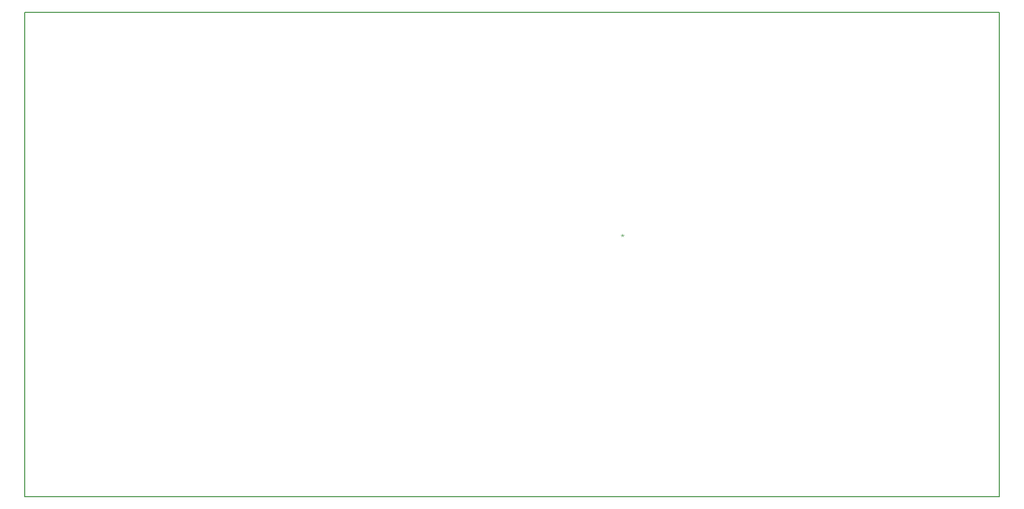
<source format=gbr>
G04 #@! TF.GenerationSoftware,KiCad,Pcbnew,5.0.2-bee76a0~70~ubuntu18.04.1*
G04 #@! TF.CreationDate,2019-04-07T15:27:48-07:00*
G04 #@! TF.ProjectId,smartplug,736d6172-7470-46c7-9567-2e6b69636164,rev?*
G04 #@! TF.SameCoordinates,Original*
G04 #@! TF.FileFunction,Profile,NP*
%FSLAX46Y46*%
G04 Gerber Fmt 4.6, Leading zero omitted, Abs format (unit mm)*
G04 Created by KiCad (PCBNEW 5.0.2-bee76a0~70~ubuntu18.04.1) date Sun 07 Apr 2019 03:27:48 PM PDT*
%MOMM*%
%LPD*%
G01*
G04 APERTURE LIST*
%ADD10C,0.150000*%
%ADD11C,0.050000*%
G04 APERTURE END LIST*
D10*
X89000000Y-53000000D02*
X89000000Y-136000000D01*
X256000000Y-53000000D02*
X89000000Y-53000000D01*
X256000000Y-136000000D02*
X256000000Y-53000000D01*
X89000000Y-136000000D02*
X256000000Y-136000000D01*
G04 #@! TO.C,U4*
D11*
X191417200Y-91030780D02*
X191417200Y-91268876D01*
X191179104Y-91173638D02*
X191417200Y-91268876D01*
X191655295Y-91173638D01*
X191274342Y-91459352D02*
X191417200Y-91268876D01*
X191560057Y-91459352D01*
G04 #@! TD*
M02*

</source>
